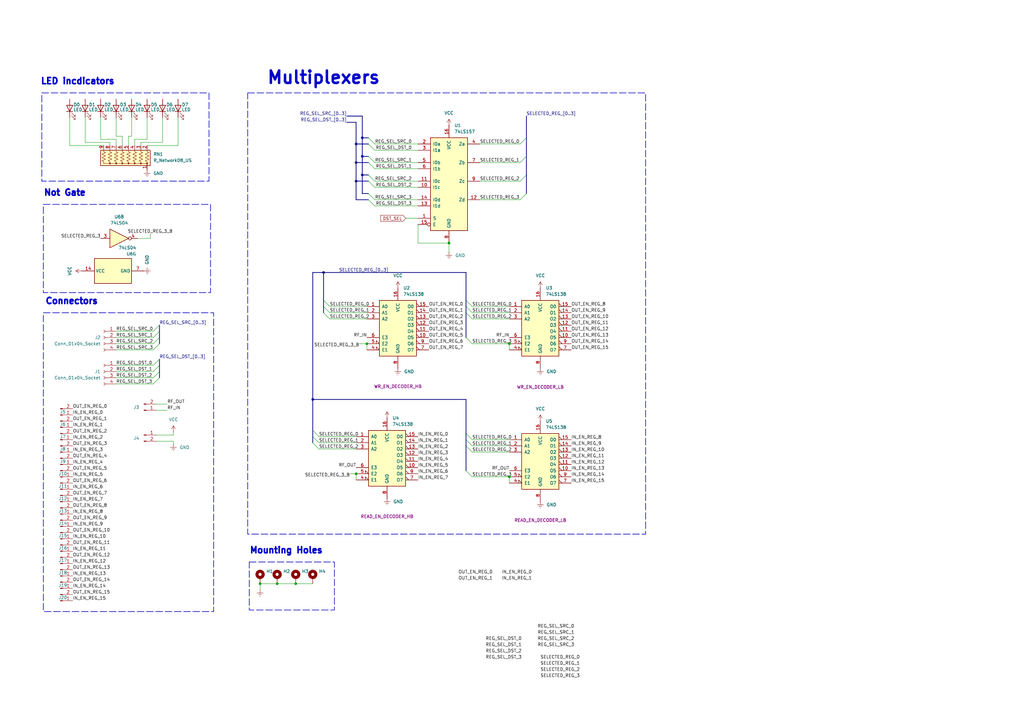
<source format=kicad_sch>
(kicad_sch (version 20231120) (generator "eeschema") (generator_version "8.0")
  (paper "A3")
  (lib_symbols
    (symbol "74xx:74LS04"
      (property "Reference" "U" (at 0 1.27 0))
      (property "Value" "74LS04" (at 0 -1.27 0))
      (symbol "74LS04_1_0"
        (polyline (pts (xy -3.81 3.81) (xy -3.81 -3.81) (xy 3.81 0) (xy -3.81 3.81)) (stroke (width 0.254)) (fill (type background)))
        (pin input line (at -7.62 0 0) (length 3.81) (name "~") (number "1"))
        (pin output inverted (at 7.62 0 180) (length 3.81) (name "~") (number "2"))
      )
      (symbol "74LS04_2_0"
        (polyline (pts (xy -3.81 3.81) (xy -3.81 -3.81) (xy 3.81 0) (xy -3.81 3.81)) (stroke (width 0.254)) (fill (type background)))
        (pin input line (at -7.62 0 0) (length 3.81) (name "~") (number "3"))
        (pin output inverted (at 7.62 0 180) (length 3.81) (name "~") (number "4"))
      )
      (symbol "74LS04_3_0"
        (polyline (pts (xy -3.81 3.81) (xy -3.81 -3.81) (xy 3.81 0) (xy -3.81 3.81)) (stroke (width 0.254)) (fill (type background)))
        (pin input line (at -7.62 0 0) (length 3.81) (name "~") (number "5"))
        (pin output inverted (at 7.62 0 180) (length 3.81) (name "~") (number "6"))
      )
      (symbol "74LS04_4_0"
        (polyline (pts (xy -3.81 3.81) (xy -3.81 -3.81) (xy 3.81 0) (xy -3.81 3.81)) (stroke (width 0.254)) (fill (type background)))
        (pin output inverted (at 7.62 0 180) (length 3.81) (name "~") (number "8"))
        (pin input line (at -7.62 0 0) (length 3.81) (name "~") (number "9"))
      )
      (symbol "74LS04_5_0"
        (polyline (pts (xy -3.81 3.81) (xy -3.81 -3.81) (xy 3.81 0) (xy -3.81 3.81)) (stroke (width 0.254)) (fill (type background)))
        (pin output inverted (at 7.62 0 180) (length 3.81) (name "~") (number "10"))
        (pin input line (at -7.62 0 0) (length 3.81) (name "~") (number "11"))
      )
      (symbol "74LS04_6_0"
        (polyline (pts (xy -3.81 3.81) (xy -3.81 -3.81) (xy 3.81 0) (xy -3.81 3.81)) (stroke (width 0.254)) (fill (type background)))
        (pin output inverted (at 7.62 0 180) (length 3.81) (name "~") (number "12"))
        (pin input line (at -7.62 0 0) (length 3.81) (name "~") (number "13"))
      )
      (symbol "74LS04_7_0"
        (pin power_in line (at 0 12.7 270) (length 5.08) (name "VCC") (number "14"))
        (pin power_in line (at 0 -12.7 90) (length 5.08) (name "GND") (number "7"))
      )
      (symbol "74LS04_7_1"
        (rectangle (start -5.08 7.62) (end 5.08 -7.62) (stroke (width 0.254)) (fill (type background)))
      )
    )
    (symbol "74xx:74LS138" (pin_names (offset 1.016))
      (property "Reference" "U" (at -7.62 11.43 0))
      (property "Value" "74LS138" (at -7.62 -13.97 0))
      (symbol "74LS138_1_0"
        (pin input line (at -12.7 7.62 0) (length 5.08) (name "A0") (number "1"))
        (pin output output_low (at 12.7 -5.08 180) (length 5.08) (name "O5") (number "10"))
        (pin output output_low (at 12.7 -2.54 180) (length 5.08) (name "O4") (number "11"))
        (pin output output_low (at 12.7 0 180) (length 5.08) (name "O3") (number "12"))
        (pin output output_low (at 12.7 2.54 180) (length 5.08) (name "O2") (number "13"))
        (pin output output_low (at 12.7 5.08 180) (length 5.08) (name "O1") (number "14"))
        (pin output output_low (at 12.7 7.62 180) (length 5.08) (name "O0") (number "15"))
        (pin power_in line (at 0 15.24 270) (length 5.08) (name "VCC") (number "16"))
        (pin input line (at -12.7 5.08 0) (length 5.08) (name "A1") (number "2"))
        (pin input line (at -12.7 2.54 0) (length 5.08) (name "A2") (number "3"))
        (pin input input_low (at -12.7 -10.16 0) (length 5.08) (name "E1") (number "4"))
        (pin input input_low (at -12.7 -7.62 0) (length 5.08) (name "E2") (number "5"))
        (pin input line (at -12.7 -5.08 0) (length 5.08) (name "E3") (number "6"))
        (pin output output_low (at 12.7 -10.16 180) (length 5.08) (name "O7") (number "7"))
        (pin power_in line (at 0 -17.78 90) (length 5.08) (name "GND") (number "8"))
        (pin output output_low (at 12.7 -7.62 180) (length 5.08) (name "O6") (number "9"))
      )
      (symbol "74LS138_1_1"
        (rectangle (start -7.62 10.16) (end 7.62 -12.7) (stroke (width 0.254)) (fill (type background)))
      )
    )
    (symbol "74xx:74LS157" (pin_names (offset 1.016))
      (property "Reference" "U" (at -7.62 19.05 0))
      (property "Value" "74LS157" (at -7.62 -21.59 0))
      (symbol "74LS157_1_0"
        (pin input line (at -12.7 -15.24 0) (length 5.08) (name "S") (number "1"))
        (pin input line (at -12.7 -2.54 0) (length 5.08) (name "I1c") (number "10"))
        (pin input line (at -12.7 0 0) (length 5.08) (name "I0c") (number "11"))
        (pin output line (at 12.7 -7.62 180) (length 5.08) (name "Zd") (number "12"))
        (pin input line (at -12.7 -10.16 0) (length 5.08) (name "I1d") (number "13"))
        (pin input line (at -12.7 -7.62 0) (length 5.08) (name "I0d") (number "14"))
        (pin input inverted (at -12.7 -17.78 0) (length 5.08) (name "E") (number "15"))
        (pin power_in line (at 0 22.86 270) (length 5.08) (name "VCC") (number "16"))
        (pin input line (at -12.7 15.24 0) (length 5.08) (name "I0a") (number "2"))
        (pin input line (at -12.7 12.7 0) (length 5.08) (name "I1a") (number "3"))
        (pin output line (at 12.7 15.24 180) (length 5.08) (name "Za") (number "4"))
        (pin input line (at -12.7 7.62 0) (length 5.08) (name "I0b") (number "5"))
        (pin input line (at -12.7 5.08 0) (length 5.08) (name "I1b") (number "6"))
        (pin output line (at 12.7 7.62 180) (length 5.08) (name "Zb") (number "7"))
        (pin power_in line (at 0 -25.4 90) (length 5.08) (name "GND") (number "8"))
        (pin output line (at 12.7 0 180) (length 5.08) (name "Zc") (number "9"))
      )
      (symbol "74LS157_1_1"
        (rectangle (start -7.62 17.78) (end 7.62 -20.32) (stroke (width 0.254)) (fill (type background)))
      )
    )
    (symbol "Connector:Conn_01x02_Pin" (pin_names (offset 1.016) hide)
      (property "Reference" "J" (at 0 2.54 0))
      (property "Value" "Conn_01x02_Pin" (at 0 -5.08 0))
      (symbol "Conn_01x02_Pin_1_1"
        (polyline (pts (xy 1.27 -2.54) (xy 0.8636 -2.54)) (stroke (width 0.1524)))
        (polyline (pts (xy 1.27 0) (xy 0.8636 0)) (stroke (width 0.1524)))
        (rectangle (start 0.8636 -2.413) (end 0 -2.667) (stroke (width 0.1524)) (fill (type outline)))
        (rectangle (start 0.8636 0.127) (end 0 -0.127) (stroke (width 0.1524)) (fill (type outline)))
        (pin passive line (at 5.08 0 180) (length 3.81) (name "Pin_1") (number "1"))
        (pin passive line (at 5.08 -2.54 180) (length 3.81) (name "Pin_2") (number "2"))
      )
    )
    (symbol "Connector:Conn_01x04_Socket" (pin_names (offset 1.016) hide)
      (property "Reference" "J" (at 0 5.08 0))
      (property "Value" "Conn_01x04_Socket" (at 0 -7.62 0))
      (symbol "Conn_01x04_Socket_1_1"
        (arc (start 0 -4.572) (mid -0.5058 -5.08) (end 0 -5.588) (stroke (width 0.1524)))
        (arc (start 0 -2.032) (mid -0.5058 -2.54) (end 0 -3.048) (stroke (width 0.1524)))
        (polyline (pts (xy -1.27 -5.08) (xy -0.508 -5.08)) (stroke (width 0.1524)))
        (polyline (pts (xy -1.27 -2.54) (xy -0.508 -2.54)) (stroke (width 0.1524)))
        (polyline (pts (xy -1.27 0) (xy -0.508 0)) (stroke (width 0.1524)))
        (polyline (pts (xy -1.27 2.54) (xy -0.508 2.54)) (stroke (width 0.1524)))
        (arc (start 0 0.508) (mid -0.5058 0) (end 0 -0.508) (stroke (width 0.1524)))
        (arc (start 0 3.048) (mid -0.5058 2.54) (end 0 2.032) (stroke (width 0.1524)))
        (pin passive line (at -5.08 2.54 0) (length 3.81) (name "Pin_1") (number "1"))
        (pin passive line (at -5.08 0 0) (length 3.81) (name "Pin_2") (number "2"))
        (pin passive line (at -5.08 -2.54 0) (length 3.81) (name "Pin_3") (number "3"))
        (pin passive line (at -5.08 -5.08 0) (length 3.81) (name "Pin_4") (number "4"))
      )
    )
    (symbol "Device:LED" (pin_numbers hide) (pin_names (offset 1.016) hide)
      (property "Reference" "D" (at 0 2.54 0))
      (property "Value" "LED" (at 0 -2.54 0))
      (symbol "LED_0_1"
        (polyline (pts (xy -1.27 -1.27) (xy -1.27 1.27)) (stroke (width 0.254)))
        (polyline (pts (xy -1.27 0) (xy 1.27 0)))
        (polyline (pts (xy 1.27 -1.27) (xy 1.27 1.27) (xy -1.27 0) (xy 1.27 -1.27)) (stroke (width 0.254)))
        (polyline (pts (xy -3.048 -0.762) (xy -4.572 -2.286) (xy -3.81 -2.286) (xy -4.572 -2.286) (xy -4.572 -1.524)))
        (polyline (pts (xy -1.778 -0.762) (xy -3.302 -2.286) (xy -2.54 -2.286) (xy -3.302 -2.286) (xy -3.302 -1.524)))
      )
      (symbol "LED_1_1"
        (pin passive line (at -3.81 0 0) (length 2.54) (name "K") (number "1"))
        (pin passive line (at 3.81 0 180) (length 2.54) (name "A") (number "2"))
      )
    )
    (symbol "Device:R_Network08_US" (pin_names (offset 0) hide)
      (property "Reference" "RN" (at -12.7 0 90))
      (property "Value" "R_Network08_US" (at 10.16 0 90))
      (symbol "R_Network08_US_0_1"
        (rectangle (start -11.43 -3.175) (end 8.89 3.175) (stroke (width 0.254)) (fill (type background)))
        (circle (center -10.16 2.286) (radius 0.254) (fill (type outline)))
        (circle (center -7.62 2.286) (radius 0.254) (fill (type outline)))
        (circle (center -5.08 2.286) (radius 0.254) (fill (type outline)))
        (circle (center -2.54 2.286) (radius 0.254) (fill (type outline)))
        (polyline (pts (xy -10.16 2.286) (xy 7.62 2.286)))
        (polyline (pts (xy -10.16 2.286) (xy -10.16 1.524) (xy -9.398 1.1684) (xy -10.922 0.508) (xy -9.398 -0.1524) (xy -10.922 -0.8382) (xy -9.398 -1.524) (xy -10.922 -2.1844) (xy -10.16 -2.54) (xy -10.16 -3.81)))
        (polyline (pts (xy -7.62 2.286) (xy -7.62 1.524) (xy -6.858 1.1684) (xy -8.382 0.508) (xy -6.858 -0.1524) (xy -8.382 -0.8382) (xy -6.858 -1.524) (xy -8.382 -2.1844) (xy -7.62 -2.54) (xy -7.62 -3.81)))
        (polyline (pts (xy -5.08 2.286) (xy -5.08 1.524) (xy -4.318 1.1684) (xy -5.842 0.508) (xy -4.318 -0.1524) (xy -5.842 -0.8382) (xy -4.318 -1.524) (xy -5.842 -2.1844) (xy -5.08 -2.54) (xy -5.08 -3.81)))
        (polyline (pts (xy -2.54 2.286) (xy -2.54 1.524) (xy -1.778 1.1684) (xy -3.302 0.508) (xy -1.778 -0.1524) (xy -3.302 -0.8382) (xy -1.778 -1.524) (xy -3.302 -2.1844) (xy -2.54 -2.54) (xy -2.54 -3.81)))
        (polyline (pts (xy 0 2.286) (xy 0 1.524) (xy 0.762 1.1684) (xy -0.762 0.508) (xy 0.762 -0.1524) (xy -0.762 -0.8382) (xy 0.762 -1.524) (xy -0.762 -2.1844) (xy 0 -2.54) (xy 0 -3.81)))
        (polyline (pts (xy 2.54 2.286) (xy 2.54 1.524) (xy 3.302 1.1684) (xy 1.778 0.508) (xy 3.302 -0.1524) (xy 1.778 -0.8382) (xy 3.302 -1.524) (xy 1.778 -2.1844) (xy 2.54 -2.54) (xy 2.54 -3.81)))
        (polyline (pts (xy 5.08 2.286) (xy 5.08 1.524) (xy 5.842 1.1684) (xy 4.318 0.508) (xy 5.842 -0.1524) (xy 4.318 -0.8382) (xy 5.842 -1.524) (xy 4.318 -2.1844) (xy 5.08 -2.54) (xy 5.08 -3.81)))
        (polyline (pts (xy 7.62 2.286) (xy 7.62 1.524) (xy 8.382 1.1684) (xy 6.858 0.508) (xy 8.382 -0.1524) (xy 6.858 -0.8382) (xy 8.382 -1.524) (xy 6.858 -2.1844) (xy 7.62 -2.54) (xy 7.62 -3.81)))
        (circle (center 0 2.286) (radius 0.254) (fill (type outline)))
        (circle (center 2.54 2.286) (radius 0.254) (fill (type outline)))
        (circle (center 5.08 2.286) (radius 0.254) (fill (type outline)))
      )
      (symbol "R_Network08_US_1_1"
        (pin passive line (at -10.16 5.08 270) (length 2.54) (name "common") (number "1"))
        (pin passive line (at -10.16 -5.08 90) (length 1.27) (name "R1") (number "2"))
        (pin passive line (at -7.62 -5.08 90) (length 1.27) (name "R2") (number "3"))
        (pin passive line (at -5.08 -5.08 90) (length 1.27) (name "R3") (number "4"))
        (pin passive line (at -2.54 -5.08 90) (length 1.27) (name "R4") (number "5"))
        (pin passive line (at 0 -5.08 90) (length 1.27) (name "R5") (number "6"))
        (pin passive line (at 2.54 -5.08 90) (length 1.27) (name "R6") (number "7"))
        (pin passive line (at 5.08 -5.08 90) (length 1.27) (name "R7") (number "8"))
        (pin passive line (at 7.62 -5.08 90) (length 1.27) (name "R8") (number "9"))
      )
    )
    (symbol "Mechanical:MountingHole_Pad" (pin_numbers hide) (pin_names (offset 1.016) hide) (exclude_from_sim yes) (in_bom no)
      (property "Reference" "H" (at 0 6.35 0))
      (property "Value" "MountingHole_Pad" (at 0 4.445 0))
      (symbol "MountingHole_Pad_0_1"
        (circle (center 0 1.27) (radius 1.27) (stroke (width 1.27)))
      )
      (symbol "MountingHole_Pad_1_1"
        (pin input line (at 0 -2.54 90) (length 2.54) (name "1") (number "1"))
      )
    )
    (symbol "power:Earth" (power) (pin_numbers hide) (pin_names (offset 0) hide)
      (property "Value" "Earth" (at 0 -3.81 0))
      (symbol "Earth_0_1"
        (polyline (pts (xy -0.635 -1.905) (xy 0.635 -1.905)))
        (polyline (pts (xy -0.127 -2.54) (xy 0.127 -2.54)))
        (polyline (pts (xy 0 -1.27) (xy 0 0)))
        (polyline (pts (xy 1.27 -1.27) (xy -1.27 -1.27)))
      )
      (symbol "Earth_1_1"
        (pin power_in line (at 0 0 270) (length 0) (name "~") (number "1"))
      )
    )
    (symbol "power:VCC" (power) (pin_numbers hide) (pin_names (offset 0) hide)
      (property "Value" "VCC" (at 0 3.556 0))
      (symbol "VCC_0_1"
        (polyline (pts (xy -0.762 1.27) (xy 0 2.54)))
        (polyline (pts (xy 0 0) (xy 0 2.54)))
        (polyline (pts (xy 0 2.54) (xy 0.762 1.27)))
      )
      (symbol "VCC_1_1"
        (pin power_in line (at 0 0 90) (length 0) (name "~") (number "1"))
      )
    )
  )
  (junction (at 208.915 195.58))
  (junction (at 148.59 71.755))
  (junction (at 106.68 239.395))
  (junction (at 208.915 140.97))
  (junction (at 146.05 66.675))
  (junction (at 128.27 163.83))
  (junction (at 146.05 74.295))
  (junction (at 132.715 111.76))
  (junction (at 113.665 239.395))
  (junction (at 146.05 194.31))
  (junction (at 121.285 239.395))
  (junction (at 146.05 59.055))
  (junction (at 148.59 64.135))
  (junction (at 184.15 99.695))
  (junction (at 150.495 140.97))
  (junction (at 148.59 56.515))
  (bus_entry (at 62.865 135.89) (size 2.54 -2.54))
  (bus_entry (at 153.67 81.915) (size -2.54 -2.54))
  (bus_entry (at 128.27 176.53) (size 2.54 2.54))
  (bus_entry (at 153.67 84.455) (size -2.54 -2.54))
  (bus_entry (at 191.135 125.73) (size 2.54 2.54))
  (bus_entry (at 191.135 128.27) (size 2.54 2.54))
  (bus_entry (at 62.865 143.51) (size 2.54 -2.54))
  (bus_entry (at 62.865 157.48) (size 2.54 -2.54))
  (bus_entry (at 191.135 182.88) (size 2.54 2.54))
  (bus_entry (at 62.865 138.43) (size 2.54 -2.54))
  (bus_entry (at 128.27 179.07) (size 2.54 2.54))
  (bus_entry (at 62.865 140.97) (size 2.54 -2.54))
  (bus_entry (at 213.36 66.675) (size 2.54 -2.54))
  (bus_entry (at 153.67 66.675) (size -2.54 -2.54))
  (bus_entry (at 62.865 152.4) (size 2.54 -2.54))
  (bus_entry (at 191.135 180.34) (size 2.54 2.54))
  (bus_entry (at 153.67 74.295) (size -2.54 -2.54))
  (bus_entry (at 191.135 123.19) (size 2.54 2.54))
  (bus_entry (at 213.36 59.055) (size 2.54 -2.54))
  (bus_entry (at 132.715 128.27) (size 2.54 2.54))
  (bus_entry (at 128.27 181.61) (size 2.54 2.54))
  (bus_entry (at 153.67 59.055) (size -2.54 -2.54))
  (bus_entry (at 62.865 154.94) (size 2.54 -2.54))
  (bus_entry (at 132.715 125.73) (size 2.54 2.54))
  (bus_entry (at 191.135 193.04) (size 2.54 2.54))
  (bus_entry (at 62.865 149.86) (size 2.54 -2.54))
  (bus_entry (at 191.135 138.43) (size 2.54 2.54))
  (bus_entry (at 132.715 123.19) (size 2.54 2.54))
  (bus_entry (at 191.135 177.8) (size 2.54 2.54))
  (bus_entry (at 153.67 69.215) (size -2.54 -2.54))
  (bus_entry (at 213.36 74.295) (size 2.54 -2.54))
  (bus_entry (at 153.67 76.835) (size -2.54 -2.54))
  (bus_entry (at 153.67 61.595) (size -2.54 -2.54))
  (bus_entry (at 213.36 81.915) (size 2.54 -2.54))
  (bus (pts (xy 128.27 176.53) (xy 128.27 179.07)))
  (wire (pts (xy 153.67 61.595) (xy 171.45 61.595)))
  (wire (pts (xy 47.625 143.51) (xy 62.865 143.51)))
  (bus (pts (xy 146.05 74.295) (xy 146.05 81.915)))
  (wire (pts (xy 64.135 180.975) (xy 71.12 180.975)))
  (wire (pts (xy 153.67 69.215) (xy 171.45 69.215)))
  (wire (pts (xy 47.625 138.43) (xy 62.865 138.43)))
  (wire (pts (xy 71.12 178.435) (xy 71.12 177.165)))
  (wire (pts (xy 61.595 95.885) (xy 61.595 97.79)))
  (wire (pts (xy 47.625 48.26) (xy 47.625 55.88)))
  (wire (pts (xy 66.675 58.42) (xy 66.675 48.26)))
  (bus (pts (xy 142.24 50.165) (xy 146.05 50.165)))
  (wire (pts (xy 47.625 149.86) (xy 62.865 149.86)))
  (bus (pts (xy 148.59 79.375) (xy 151.13 79.375)))
  (bus (pts (xy 128.27 163.83) (xy 191.135 163.83)))
  (bus (pts (xy 65.405 149.86) (xy 65.405 152.4)))
  (wire (pts (xy 153.67 59.055) (xy 171.45 59.055)))
  (wire (pts (xy 146.05 194.31) (xy 146.05 196.85)))
  (wire (pts (xy 61.595 97.79) (xy 56.515 97.79)))
  (wire (pts (xy 47.625 140.97) (xy 62.865 140.97)))
  (wire (pts (xy 153.67 76.835) (xy 171.45 76.835)))
  (wire (pts (xy 64.135 168.275) (xy 68.58 168.275)))
  (wire (pts (xy 50.165 55.88) (xy 50.165 59.69)))
  (bus (pts (xy 128.27 179.07) (xy 128.27 181.61)))
  (bus (pts (xy 128.27 163.83) (xy 128.27 176.53)))
  (bus (pts (xy 148.59 56.515) (xy 151.13 56.515)))
  (bus (pts (xy 191.135 128.27) (xy 191.135 138.43)))
  (bus (pts (xy 132.715 123.19) (xy 132.715 125.73)))
  (wire (pts (xy 153.67 81.915) (xy 171.45 81.915)))
  (wire (pts (xy 193.675 125.73) (xy 208.915 125.73)))
  (bus (pts (xy 215.9 64.135) (xy 215.9 56.515)))
  (wire (pts (xy 60.325 59.69) (xy 73.025 59.69)))
  (bus (pts (xy 146.05 59.055) (xy 146.05 66.675)))
  (wire (pts (xy 34.925 58.42) (xy 45.085 58.42)))
  (wire (pts (xy 106.68 239.395) (xy 113.665 239.395)))
  (bus (pts (xy 191.135 182.88) (xy 191.135 193.04)))
  (wire (pts (xy 71.12 182.245) (xy 71.12 180.975)))
  (bus (pts (xy 65.405 152.4) (xy 65.405 154.94)))
  (wire (pts (xy 196.85 74.295) (xy 213.36 74.295)))
  (wire (pts (xy 193.675 128.27) (xy 208.915 128.27)))
  (wire (pts (xy 193.675 180.34) (xy 208.915 180.34)))
  (wire (pts (xy 193.675 185.42) (xy 208.915 185.42)))
  (wire (pts (xy 147.32 140.97) (xy 150.495 140.97)))
  (wire (pts (xy 64.135 165.735) (xy 68.58 165.735)))
  (bus (pts (xy 148.59 47.625) (xy 148.59 56.515)))
  (wire (pts (xy 135.255 125.73) (xy 150.495 125.73)))
  (wire (pts (xy 121.285 239.395) (xy 128.27 239.395)))
  (wire (pts (xy 184.15 99.695) (xy 171.45 99.695)))
  (bus (pts (xy 191.135 163.83) (xy 191.135 177.8)))
  (wire (pts (xy 196.85 66.675) (xy 213.36 66.675)))
  (wire (pts (xy 171.45 92.075) (xy 171.45 99.695)))
  (wire (pts (xy 47.625 55.88) (xy 50.165 55.88)))
  (bus (pts (xy 128.27 111.76) (xy 132.715 111.76)))
  (bus (pts (xy 132.715 111.76) (xy 191.135 111.76)))
  (bus (pts (xy 65.405 147.32) (xy 65.405 149.86)))
  (wire (pts (xy 28.575 59.69) (xy 28.575 48.26)))
  (wire (pts (xy 45.085 58.42) (xy 45.085 59.69)))
  (wire (pts (xy 47.625 135.89) (xy 62.865 135.89)))
  (bus (pts (xy 215.9 56.515) (xy 215.9 47.625)))
  (wire (pts (xy 47.625 157.48) (xy 62.865 157.48)))
  (bus (pts (xy 215.9 79.375) (xy 215.9 71.755)))
  (wire (pts (xy 130.81 181.61) (xy 146.05 181.61)))
  (bus (pts (xy 65.405 138.43) (xy 65.405 135.89)))
  (wire (pts (xy 34.925 48.26) (xy 34.925 58.42)))
  (wire (pts (xy 153.67 74.295) (xy 171.45 74.295)))
  (bus (pts (xy 191.135 111.76) (xy 191.135 123.19)))
  (wire (pts (xy 166.37 89.535) (xy 171.45 89.535)))
  (wire (pts (xy 184.15 103.505) (xy 184.15 99.695)))
  (wire (pts (xy 193.675 182.88) (xy 208.915 182.88)))
  (wire (pts (xy 47.625 154.94) (xy 62.865 154.94)))
  (bus (pts (xy 191.135 123.19) (xy 191.135 125.73)))
  (bus (pts (xy 146.05 66.675) (xy 146.05 74.295)))
  (bus (pts (xy 191.135 180.34) (xy 191.135 182.88)))
  (wire (pts (xy 52.705 59.69) (xy 52.705 55.88)))
  (wire (pts (xy 196.85 59.055) (xy 213.36 59.055)))
  (bus (pts (xy 65.405 140.97) (xy 65.405 138.43)))
  (wire (pts (xy 143.51 194.31) (xy 146.05 194.31)))
  (bus (pts (xy 191.135 125.73) (xy 191.135 128.27)))
  (wire (pts (xy 47.625 152.4) (xy 62.865 152.4)))
  (bus (pts (xy 132.715 125.73) (xy 132.715 128.27)))
  (wire (pts (xy 208.915 140.97) (xy 208.915 143.51)))
  (wire (pts (xy 55.245 57.15) (xy 55.245 59.69)))
  (wire (pts (xy 106.68 239.395) (xy 106.68 241.935)))
  (wire (pts (xy 196.85 81.915) (xy 213.36 81.915)))
  (bus (pts (xy 148.59 71.755) (xy 148.59 79.375)))
  (bus (pts (xy 146.05 66.675) (xy 151.13 66.675)))
  (bus (pts (xy 142.24 47.625) (xy 148.59 47.625)))
  (bus (pts (xy 146.05 81.915) (xy 151.13 81.915)))
  (wire (pts (xy 60.325 57.15) (xy 55.245 57.15)))
  (wire (pts (xy 41.275 57.15) (xy 41.275 48.26)))
  (wire (pts (xy 57.785 59.69) (xy 57.785 58.42)))
  (wire (pts (xy 57.785 58.42) (xy 66.675 58.42)))
  (wire (pts (xy 135.255 130.81) (xy 150.495 130.81)))
  (bus (pts (xy 146.05 50.165) (xy 146.05 59.055)))
  (wire (pts (xy 53.975 48.26) (xy 53.975 55.88)))
  (wire (pts (xy 193.675 130.81) (xy 208.915 130.81)))
  (bus (pts (xy 128.27 111.76) (xy 128.27 163.83)))
  (bus (pts (xy 132.715 111.76) (xy 132.715 123.19)))
  (wire (pts (xy 135.255 128.27) (xy 150.495 128.27)))
  (wire (pts (xy 60.325 48.26) (xy 60.325 57.15)))
  (wire (pts (xy 208.915 195.58) (xy 208.915 198.12)))
  (wire (pts (xy 150.495 140.97) (xy 150.495 143.51)))
  (bus (pts (xy 148.59 64.135) (xy 151.13 64.135)))
  (wire (pts (xy 47.625 59.69) (xy 47.625 57.15)))
  (bus (pts (xy 148.59 64.135) (xy 148.59 71.755)))
  (wire (pts (xy 193.675 140.97) (xy 208.915 140.97)))
  (bus (pts (xy 146.05 59.055) (xy 151.13 59.055)))
  (wire (pts (xy 47.625 57.15) (xy 41.275 57.15)))
  (wire (pts (xy 64.135 178.435) (xy 71.12 178.435)))
  (wire (pts (xy 130.81 184.15) (xy 146.05 184.15)))
  (bus (pts (xy 65.405 133.35) (xy 65.405 135.89)))
  (bus (pts (xy 148.59 56.515) (xy 148.59 64.135)))
  (wire (pts (xy 130.81 179.07) (xy 146.05 179.07)))
  (wire (pts (xy 52.705 55.88) (xy 53.975 55.88)))
  (wire (pts (xy 153.67 84.455) (xy 171.45 84.455)))
  (wire (pts (xy 153.67 66.675) (xy 171.45 66.675)))
  (bus (pts (xy 215.9 71.755) (xy 215.9 64.135)))
  (bus (pts (xy 148.59 71.755) (xy 151.13 71.755)))
  (wire (pts (xy 73.025 59.69) (xy 73.025 48.26)))
  (wire (pts (xy 113.665 239.395) (xy 121.285 239.395)))
  (wire (pts (xy 151.13 140.97) (xy 150.495 140.97)))
  (wire (pts (xy 42.545 59.69) (xy 28.575 59.69)))
  (wire (pts (xy 193.675 195.58) (xy 208.915 195.58)))
  (bus (pts (xy 146.05 74.295) (xy 151.13 74.295)))
  (bus (pts (xy 191.135 177.8) (xy 191.135 180.34)))
  (rectangle (start 17.145 38.1) (end 85.725 74.295) (stroke (width 0.254) (type dash)))
  (rectangle (start 102.235 230.505) (end 137.16 250.19) (stroke (width 0.254) (type dash)))
  (rectangle (start 17.78 83.82) (end 86.36 120.015) (stroke (width 0.254) (type dash)))
  (rectangle (start 101.6 38.1) (end 264.795 219.075) (stroke (width 0.254) (type dash)))
  (rectangle (start 17.78 128.27) (end 87.63 250.825) (stroke (width 0.254) (type dash)))
  (text "Connectors\n" (at 18.415 125.095 0) (effects (font (size 2.54 2.54) (thickness 1.016) (bold yes)) (justify left bottom)))
  (text "Mounting Holes" (at 102.235 227.33 0) (effects (font (size 2.54 2.54) (thickness 1.016) (bold yes)) (justify left bottom)))
  (text "Multiplexers" (at 109.22 34.925 0) (effects (font (size 5.08 5.08) (thickness 1.016) (bold yes)) (justify left bottom)))
  (text "LED incdicators" (at 16.51 34.925 0) (effects (font (size 2.54 2.54) (thickness 1.016) (bold yes)) (justify left bottom)))
  (text "Not Gate" (at 17.78 80.645 0) (effects (font (size 2.54 2.54) (thickness 1.016) (bold yes)) (justify left bottom)))
  (label "IN_EN_REG_7" (at 171.45 196.85 0))
  (label "REG_SEL_DST_[0..3]" (at 65.405 147.32 0))
  (label "OUT_EN_REG_2" (at 29.845 177.8 0))
  (label "IN_EN_REG_0" (at 171.45 179.07 0))
  (label "OUT_EN_REG_1" (at 187.96 238.125 0))
  (label "REG_SEL_SRC_2" (at 47.625 140.97 0))
  (label "OUT_EN_REG_8" (at 234.315 125.73 0))
  (label "REG_SEL_DST_1" (at 213.995 265.43 180))
  (label "SELECTED_REG_3" (at 193.675 195.58 0))
  (label "REG_SEL_DST_1" (at 47.625 152.4 0))
  (label "REG_SEL_DST_[0..3]" (at 142.24 50.165 180))
  (label "REG_SEL_DST_3" (at 213.995 270.51 180))
  (label "OUT_EN_REG_1" (at 175.895 128.27 0))
  (label "IN_EN_REG_6" (at 29.845 200.66 0))
  (label "IN_EN_REG_2" (at 171.45 184.15 0))
  (label "IN_EN_REG_2" (at 29.845 180.34 0))
  (label "OUT_EN_REG_14" (at 29.845 238.76 0))
  (label "OUT_EN_REG_12" (at 234.315 135.89 0))
  (label "SELECTED_REG_1" (at 130.81 181.61 0))
  (label "RF_IN" (at 68.58 168.275 0))
  (label "SELECTED_REG_3_B" (at 143.51 194.31 180))
  (label "SELECTED_REG_3" (at 221.615 278.13 0))
  (label "IN_EN_REG_3" (at 171.45 186.69 0))
  (label "OUT_EN_REG_11" (at 234.315 133.35 0))
  (label "OUT_EN_REG_10" (at 234.315 130.81 0))
  (label "RF_OUT" (at 146.05 191.77 180))
  (label "OUT_EN_REG_2" (at 175.895 130.81 0))
  (label "SELECTED_REG_0" (at 193.675 180.34 0))
  (label "REG_SEL_SRC_[0..3]" (at 65.405 133.35 0))
  (label "OUT_EN_REG_3" (at 29.845 182.88 0))
  (label "OUT_EN_REG_11" (at 29.845 223.52 0))
  (label "OUT_EN_REG_10" (at 29.845 218.44 0))
  (label "OUT_EN_REG_15" (at 29.845 243.84 0))
  (label "SELECTED_REG_2" (at 193.675 130.81 0))
  (label "OUT_EN_REG_9" (at 29.845 213.36 0))
  (label "IN_EN_REG_14" (at 234.315 195.58 0))
  (label "IN_EN_REG_9" (at 29.845 215.9 0))
  (label "IN_EN_REG_3" (at 29.845 185.42 0))
  (label "REG_SEL_SRC_3" (at 235.585 265.43 180))
  (label "SELECTED_REG_2" (at 135.255 130.81 0))
  (label "REG_SEL_SRC_3" (at 47.625 143.51 0))
  (label "RF_IN" (at 208.915 138.43 180))
  (label "OUT_EN_REG_15" (at 234.315 143.51 0))
  (label "REG_SEL_SRC_0" (at 47.625 135.89 0))
  (label "REG_SEL_DST_2" (at 213.995 267.97 180))
  (label "OUT_EN_REG_0" (at 175.895 125.73 0))
  (label "IN_EN_REG_5" (at 171.45 191.77 0))
  (label "IN_EN_REG_0" (at 29.845 170.18 0))
  (label "IN_EN_REG_12" (at 234.315 190.5 0))
  (label "IN_EN_REG_9" (at 234.315 182.88 0))
  (label "OUT_EN_REG_3" (at 175.895 133.35 0))
  (label "SELECTED_REG_0" (at 135.255 125.73 0))
  (label "IN_EN_REG_0" (at 205.74 235.585 0))
  (label "IN_EN_REG_1" (at 171.45 181.61 0))
  (label "SELECTED_REG_1" (at 135.255 128.27 0))
  (label "SELECTED_REG_[0..3]" (at 139.065 111.76 0))
  (label "SELECTED_REG_0" (at 193.675 125.73 0))
  (label "REG_SEL_SRC_[0..3]" (at 142.24 47.625 180))
  (label "OUT_EN_REG_0" (at 29.845 167.64 0))
  (label "OUT_EN_REG_1" (at 29.845 172.72 0))
  (label "SELECTED_REG_3_B" (at 61.595 95.885 0))
  (label "RF_IN" (at 150.495 138.43 180))
  (label "SELECTED_REG_2" (at 193.675 185.42 0))
  (label "REG_SEL_SRC_0" (at 235.585 257.81 180))
  (label "REG_SEL_DST_0" (at 47.625 149.86 0))
  (label "SELECTED_REG_0" (at 221.615 270.51 0))
  (label "REG_SEL_DST_3" (at 47.625 157.48 0))
  (label "SELECTED_REG_3" (at 41.275 97.79 180))
  (label "IN_EN_REG_11" (at 234.315 187.96 0))
  (label "IN_EN_REG_14" (at 29.845 241.3 0))
  (label "SELECTED_REG_2" (at 196.85 74.295 0))
  (label "OUT_EN_REG_5" (at 175.895 138.43 0))
  (label "OUT_EN_REG_5" (at 29.845 193.04 0))
  (label "IN_EN_REG_11" (at 29.845 226.06 0))
  (label "IN_EN_REG_10" (at 29.845 220.98 0))
  (label "REG_SEL_SRC_0" (at 168.91 59.055 180))
  (label "SELECTED_REG_2" (at 130.81 184.15 0))
  (label "SELECTED_REG_1" (at 193.675 128.27 0))
  (label "RF_OUT" (at 208.915 193.04 180))
  (label "OUT_EN_REG_14" (at 234.315 140.97 0))
  (label "REG_SEL_SRC_2" (at 168.91 74.295 180))
  (label "SELECTED_REG_3_B" (at 147.32 140.97 180))
  (label "REG_SEL_SRC_3" (at 168.91 81.915 180))
  (label "REG_SEL_SRC_2" (at 235.585 262.89 180))
  (label "IN_EN_REG_4" (at 29.845 190.5 0))
  (label "REG_SEL_DST_0" (at 168.91 61.595 180))
  (label "SELECTED_REG_1" (at 221.615 273.05 0))
  (label "IN_EN_REG_1" (at 29.845 175.26 0))
  (label "IN_EN_REG_5" (at 29.845 195.58 0))
  (label "OUT_EN_REG_7" (at 175.895 143.51 0))
  (label "SELECTED_REG_1" (at 196.85 66.675 0))
  (label "IN_EN_REG_13" (at 29.845 236.22 0))
  (label "REG_SEL_SRC_1" (at 47.625 138.43 0))
  (label "IN_EN_REG_6" (at 171.45 194.31 0))
  (label "REG_SEL_DST_2" (at 168.91 76.835 180))
  (label "IN_EN_REG_12" (at 29.845 231.14 0))
  (label "OUT_EN_REG_6" (at 29.845 198.12 0))
  (label "IN_EN_REG_10" (at 234.315 185.42 0))
  (label "REG_SEL_SRC_1" (at 235.585 260.35 180))
  (label "REG_SEL_DST_0" (at 213.995 262.89 180))
  (label "REG_SEL_DST_3" (at 168.91 84.455 180))
  (label "SELECTED_REG_2" (at 221.615 275.59 0))
  (label "SELECTED_REG_3" (at 193.675 140.97 0))
  (label "IN_EN_REG_8" (at 29.845 210.82 0))
  (label "OUT_EN_REG_12" (at 29.845 228.6 0))
  (label "OUT_EN_REG_7" (at 29.845 203.2 0))
  (label "REG_SEL_SRC_1" (at 168.91 66.675 180))
  (label "IN_EN_REG_1" (at 205.74 238.125 0))
  (label "OUT_EN_REG_13" (at 234.315 138.43 0))
  (label "IN_EN_REG_15" (at 29.845 246.38 0))
  (label "SELECTED_REG_3" (at 196.85 81.915 0))
  (label "IN_EN_REG_4" (at 171.45 189.23 0))
  (label "IN_EN_REG_7" (at 29.845 205.74 0))
  (label "OUT_EN_REG_0" (at 187.96 235.585 0))
  (label "SELECTED_REG_0" (at 196.85 59.055 0))
  (label "OUT_EN_REG_4" (at 175.895 135.89 0))
  (label "OUT_EN_REG_8" (at 29.845 208.28 0))
  (label "SELECTED_REG_1" (at 193.675 182.88 0))
  (label "IN_EN_REG_8" (at 234.315 180.34 0))
  (label "SELECTED_REG_0" (at 130.81 179.07 0))
  (label "SELECTED_REG_[0..3]" (at 215.9 47.625 0))
  (label "REG_SEL_DST_1" (at 168.91 69.215 180))
  (label "RF_OUT" (at 68.58 165.735 0))
  (label "OUT_EN_REG_4" (at 29.845 187.96 0))
  (label "OUT_EN_REG_9" (at 234.315 128.27 0))
  (label "OUT_EN_REG_13" (at 29.845 233.68 0))
  (label "OUT_EN_REG_6" (at 175.895 140.97 0))
  (label "IN_EN_REG_13" (at 234.315 193.04 0))
  (label "REG_SEL_DST_2" (at 47.625 154.94 0))
  (label "IN_EN_REG_15" (at 234.315 198.12 0))
  (global_label "DST_SEL" (shape input) (at 166.37 89.535 180) (property "Intersheetrefs" "${INTERSHEET_REFS}" (effects (hide yes))))
  (symbol (lib_id "Connector:Conn_01x02_Pin") (at 59.055 168.275 0) (mirror x) (unit 1)
    (property "Reference" "J3" (at 57.15 167.0049 0) (effects (justify right)))
    (property "Value" "Conn_01x02_Socket" (effects (hide yes)))
    (property "Footprint" "Connector_JST:JST_XH_S2B-XH-A-1_1x02_P2.50mm_Horizontal" (effects (hide yes)))
    (property "Description" "Generic connector, single row, 01x02, script generated" (effects (hide yes)))
  )
  (symbol (lib_id "Connector:Conn_01x02_Pin") (at 24.765 170.18 0) (mirror x) (unit 1)
    (property "Reference" "J5" (at 25.781 168.91 0))
    (property "Value" "Conn_01x02_Socket" (effects (hide yes)))
    (property "Footprint" "Connector_JST:JST_XH_S2B-XH-A-1_1x02_P2.50mm_Horizontal" (effects (hide yes)))
    (property "Description" "Generic connector, single row, 01x02, script generated" (effects (hide yes)))
  )
  (symbol (lib_id "power:Earth") (at 221.615 151.13 0) (unit 1)
    (property "Reference" "#PWR05" (effects (hide yes)))
    (property "Value" "GND" (at 224.155 152.3999 0) (effects (justify left)))
    (property "Description" "Power symbol creates a global label with name \"Earth\"" (effects (hide yes)))
  )
  (symbol (lib_id "power:VCC") (at 158.75 171.45 0) (unit 1)
    (property "Reference" "#PWR07" (effects (hide yes)))
    (property "Value" "VCC" (effects (hide yes)))
    (property "Description" "Power symbol creates a global label with name \"VCC\"" (effects (hide yes)))
  )
  (symbol (lib_id "Device:LED") (at 41.275 44.45 90) (unit 1)
    (property "Reference" "D2" (at 42.799 42.926 90) (effects (justify right)))
    (property "Value" "LED" (at 42.799 44.958 90) (effects (justify right)))
    (property "Footprint" "LED_THT:LED_Rectangular_W3.0mm_H2.0mm" (effects (hide yes)))
    (property "Description" "Light emitting diode" (effects (hide yes)))
  )
  (symbol (lib_id "Connector:Conn_01x02_Pin") (at 24.765 220.98 0) (mirror x) (unit 1)
    (property "Reference" "J15" (at 25.781 219.71 0))
    (property "Value" "Conn_01x02_Socket" (effects (hide yes)))
    (property "Footprint" "Connector_JST:JST_XH_S2B-XH-A-1_1x02_P2.50mm_Horizontal" (effects (hide yes)))
    (property "Description" "Generic connector, single row, 01x02, script generated" (effects (hide yes)))
  )
  (symbol (lib_id "power:Earth") (at 158.75 204.47 0) (unit 1)
    (property "Reference" "#PWR08" (effects (hide yes)))
    (property "Value" "GND" (at 161.29 205.7399 0) (effects (justify left)))
    (property "Description" "Power symbol creates a global label with name \"Earth\"" (effects (hide yes)))
  )
  (symbol (lib_id "power:Earth") (at 221.615 205.74 0) (unit 1)
    (property "Reference" "#PWR012" (effects (hide yes)))
    (property "Value" "GND" (at 224.155 207.0099 0) (effects (justify left)))
    (property "Description" "Power symbol creates a global label with name \"Earth\"" (effects (hide yes)))
  )
  (symbol (lib_id "power:VCC") (at 163.195 118.11 0) (unit 1)
    (property "Reference" "#PWR09" (effects (hide yes)))
    (property "Value" "VCC" (at 163.195 113.03 0))
    (property "Description" "Power symbol creates a global label with name \"VCC\"" (effects (hide yes)))
  )
  (symbol (lib_id "power:Earth") (at 59.055 111.125 90) (unit 1)
    (property "Reference" "#PWR014" (effects (hide yes)))
    (property "Value" "GND" (at 60.3249 108.585 0) (effects (justify left)))
    (property "Description" "Power symbol creates a global label with name \"Earth\"" (effects (hide yes)))
  )
  (symbol (lib_id "power:Earth") (at 184.15 103.505 0) (unit 1)
    (property "Reference" "#PWR01" (effects (hide yes)))
    (property "Value" "GND" (at 186.69 104.7749 0) (effects (justify left)))
    (property "Description" "Power symbol creates a global label with name \"Earth\"" (effects (hide yes)))
  )
  (symbol (lib_id "Connector:Conn_01x02_Pin") (at 24.765 190.5 0) (mirror x) (unit 1)
    (property "Reference" "J9" (at 25.781 189.23 0))
    (property "Value" "Conn_01x02_Socket" (effects (hide yes)))
    (property "Footprint" "Connector_JST:JST_XH_S2B-XH-A-1_1x02_P2.50mm_Horizontal" (effects (hide yes)))
    (property "Description" "Generic connector, single row, 01x02, script generated" (effects (hide yes)))
  )
  (symbol (lib_id "Connector:Conn_01x02_Pin") (at 24.765 236.22 0) (mirror x) (unit 1)
    (property "Reference" "J18" (at 25.781 234.95 0))
    (property "Value" "Conn_01x02_Socket" (effects (hide yes)))
    (property "Footprint" "Connector_JST:JST_XH_S2B-XH-A-1_1x02_P2.50mm_Horizontal" (effects (hide yes)))
    (property "Description" "Generic connector, single row, 01x02, script generated" (effects (hide yes)))
  )
  (symbol (lib_id "74xx:74LS04") (at 46.355 111.125 90) (unit 7)
    (property "Reference" "U6" (at 55.88 104.14 90) (effects (justify left)))
    (property "Value" "74LS04" (at 55.88 101.6 90) (effects (justify left)))
    (property "Footprint" "Package_DIP:DIP-14_W7.62mm_Socket_LongPads" (effects (hide yes)))
    (property "Datasheet" "http://www.ti.com/lit/gpn/sn74LS04" (effects (hide yes)))
    (property "Description" "Hex Inverter" (effects (hide yes)))
  )
  (symbol (lib_id "power:Earth") (at 60.325 69.85 0) (unit 1)
    (property "Reference" "#PWR015" (effects (hide yes)))
    (property "Value" "GND" (at 62.865 71.1199 0) (effects (justify left)))
    (property "Description" "Power symbol creates a global label with name \"Earth\"" (effects (hide yes)))
  )
  (symbol (lib_id "Connector:Conn_01x02_Pin") (at 24.765 246.38 0) (mirror x) (unit 1)
    (property "Reference" "J20" (at 25.781 245.11 0))
    (property "Value" "Conn_01x02_Socket" (effects (hide yes)))
    (property "Footprint" "Connector_JST:JST_XH_S2B-XH-A-1_1x02_P2.50mm_Horizontal" (effects (hide yes)))
    (property "Description" "Generic connector, single row, 01x02, script generated" (effects (hide yes)))
  )
  (symbol (lib_id "74xx:74LS138") (at 221.615 133.35 0) (unit 1)
    (property "Reference" "U3" (at 223.8091 118.11 0) (effects (justify left)))
    (property "Value" "74LS138" (at 223.8091 120.65 0) (effects (justify left)))
    (property "Footprint" "Package_DIP:DIP-16_W7.62mm_Socket_LongPads" (effects (hide yes)))
    (property "Datasheet" "http://www.ti.com/lit/gpn/sn74LS138" (effects (hide yes)))
    (property "Description" "Decoder 3 to 8 active low outputs" (effects (hide yes)))
    (property "Note" "WR_EN_DECODER_LB" (at 221.615 158.75 0))
  )
  (symbol (lib_id "Connector:Conn_01x02_Pin") (at 24.765 175.26 0) (mirror x) (unit 1)
    (property "Reference" "J6" (at 25.781 173.99 0))
    (property "Value" "Conn_01x02_Socket" (effects (hide yes)))
    (property "Footprint" "Connector_JST:JST_XH_S2B-XH-A-1_1x02_P2.50mm_Horizontal" (effects (hide yes)))
    (property "Description" "Generic connector, single row, 01x02, script generated" (effects (hide yes)))
  )
  (symbol (lib_id "Device:LED") (at 53.975 44.45 90) (unit 1)
    (property "Reference" "D4" (at 55.499 42.926 90) (effects (justify right)))
    (property "Value" "LED" (at 55.499 44.958 90) (effects (justify right)))
    (property "Footprint" "LED_THT:LED_Rectangular_W3.0mm_H2.0mm" (effects (hide yes)))
    (property "Description" "Light emitting diode" (effects (hide yes)))
  )
  (symbol (lib_id "Connector:Conn_01x02_Pin") (at 24.765 195.58 0) (mirror x) (unit 1)
    (property "Reference" "J10" (at 25.781 194.31 0))
    (property "Value" "Conn_01x02_Socket" (effects (hide yes)))
    (property "Footprint" "Connector_JST:JST_XH_S2B-XH-A-1_1x02_P2.50mm_Horizontal" (effects (hide yes)))
    (property "Description" "Generic connector, single row, 01x02, script generated" (effects (hide yes)))
  )
  (symbol (lib_id "power:VCC") (at 184.15 51.435 0) (unit 1)
    (property "Reference" "#PWR03" (effects (hide yes)))
    (property "Value" "VCC" (at 184.15 46.355 0))
    (property "Description" "Power symbol creates a global label with name \"VCC\"" (effects (hide yes)))
  )
  (symbol (lib_id "power:VCC") (at 33.655 111.125 90) (unit 1)
    (property "Reference" "#PWR013" (effects (hide yes)))
    (property "Value" "VCC" (at 28.575 111.125 0))
    (property "Description" "Power symbol creates a global label with name \"VCC\"" (effects (hide yes)))
  )
  (symbol (lib_id "Mechanical:MountingHole_Pad") (at 113.665 236.855 0) (unit 1) (exclude_from_sim yes) (in_bom no)
    (property "Reference" "H2" (at 116.205 234.3149 0) (effects (justify left)))
    (property "Value" "MountingHole_Pad" (effects (hide yes)))
    (property "Footprint" "MountingHole:MountingHole_2.2mm_M2_DIN965_Pad" (effects (hide yes)))
    (property "Description" "Mounting Hole with connection" (effects (hide yes)))
  )
  (symbol (lib_id "Device:R_Network08_US") (at 50.165 64.77 180) (unit 1)
    (property "Reference" "RN1" (at 62.865 63.2459 0) (effects (justify right)))
    (property "Value" "R_Network08_US" (at 62.865 65.7859 0) (effects (justify right)))
    (property "Footprint" "Resistor_THT:R_Array_SIP9" (effects (hide yes)))
    (property "Datasheet" "http://www.vishay.com/docs/31509/csc.pdf" (effects (hide yes)))
    (property "Description" "8 resistor network, star topology, bussed resistors, small US symbol" (effects (hide yes)))
  )
  (symbol (lib_id "power:Earth") (at 106.68 241.935 0) (unit 1)
    (property "Reference" "#PWR016" (effects (hide yes)))
    (property "Value" "GND" (effects (hide yes)))
    (property "Description" "Power symbol creates a global label with name \"Earth\"" (effects (hide yes)))
  )
  (symbol (lib_id "Connector:Conn_01x02_Pin") (at 24.765 185.42 0) (mirror x) (unit 1)
    (property "Reference" "J8" (at 25.781 184.15 0))
    (property "Value" "Conn_01x02_Socket" (effects (hide yes)))
    (property "Footprint" "Connector_JST:JST_XH_S2B-XH-A-1_1x02_P2.50mm_Horizontal" (effects (hide yes)))
    (property "Description" "Generic connector, single row, 01x02, script generated" (effects (hide yes)))
  )
  (symbol (lib_id "power:VCC") (at 221.615 118.11 0) (unit 1)
    (property "Reference" "#PWR010" (effects (hide yes)))
    (property "Value" "VCC" (at 221.615 113.03 0))
    (property "Description" "Power symbol creates a global label with name \"VCC\"" (effects (hide yes)))
  )
  (symbol (lib_id "74xx:74LS138") (at 221.615 187.96 0) (unit 1)
    (property "Reference" "U5" (at 223.8091 172.72 0) (effects (justify left)))
    (property "Value" "74LS138" (at 223.8091 175.26 0) (effects (justify left)))
    (property "Footprint" "Package_DIP:DIP-16_W7.62mm_Socket_LongPads" (effects (hide yes)))
    (property "Datasheet" "http://www.ti.com/lit/gpn/sn74LS138" (effects (hide yes)))
    (property "Description" "Decoder 3 to 8 active low outputs" (effects (hide yes)))
    (property "Note" "READ_EN_DECODER_LB" (at 221.615 213.36 0))
  )
  (symbol (lib_id "Device:LED") (at 28.575 44.45 90) (unit 1)
    (property "Reference" "D0" (at 30.099 42.926 90) (effects (justify right)))
    (property "Value" "LED" (at 30.099 44.958 90) (effects (justify right)))
    (property "Footprint" "LED_THT:LED_Rectangular_W3.0mm_H2.0mm" (effects (hide yes)))
    (property "Description" "Light emitting diode" (effects (hide yes)))
  )
  (symbol (lib_id "Connector:Conn_01x02_Pin") (at 24.765 241.3 0) (mirror x) (unit 1)
    (property "Reference" "J19" (at 25.781 240.03 0))
    (property "Value" "Conn_01x02_Socket" (effects (hide yes)))
    (property "Footprint" "Connector_JST:JST_XH_S2B-XH-A-1_1x02_P2.50mm_Horizontal" (effects (hide yes)))
    (property "Description" "Generic connector, single row, 01x02, script generated" (effects (hide yes)))
  )
  (symbol (lib_id "74xx:74LS138") (at 158.75 186.69 0) (unit 1)
    (property "Reference" "U4" (at 160.9441 171.45 0) (effects (justify left)))
    (property "Value" "74LS138" (at 160.9441 173.99 0) (effects (justify left)))
    (property "Footprint" "Package_DIP:DIP-16_W7.62mm_Socket_LongPads" (effects (hide yes)))
    (property "Datasheet" "http://www.ti.com/lit/gpn/sn74LS138" (effects (hide yes)))
    (property "Description" "Decoder 3 to 8 active low outputs" (effects (hide yes)))
    (property "Note" "READ_EN_DECODER_HB" (at 158.75 211.836 0))
  )
  (symbol (lib_id "Device:LED") (at 34.925 44.45 90) (unit 1)
    (property "Reference" "D1" (at 36.449 42.926 90) (effects (justify right)))
    (property "Value" "LED" (at 36.449 44.958 90) (effects (justify right)))
    (property "Footprint" "LED_THT:LED_Rectangular_W3.0mm_H2.0mm" (effects (hide yes)))
    (property "Description" "Light emitting diode" (effects (hide yes)))
  )
  (symbol (lib_id "Connector:Conn_01x02_Pin") (at 24.765 205.74 0) (mirror x) (unit 1)
    (property "Reference" "J12" (at 25.781 204.47 0))
    (property "Value" "Conn_01x02_Socket" (effects (hide yes)))
    (property "Footprint" "Connector_JST:JST_XH_S2B-XH-A-1_1x02_P2.50mm_Horizontal" (effects (hide yes)))
    (property "Description" "Generic connector, single row, 01x02, script generated" (effects (hide yes)))
  )
  (symbol (lib_id "Device:LED") (at 73.025 44.45 90) (unit 1)
    (property "Reference" "D7" (at 74.549 42.926 90) (effects (justify right)))
    (property "Value" "LED" (at 74.549 44.958 90) (effects (justify right)))
    (property "Footprint" "LED_THT:LED_Rectangular_W3.0mm_H2.0mm" (effects (hide yes)))
    (property "Description" "Light emitting diode" (effects (hide yes)))
  )
  (symbol (lib_id "Connector:Conn_01x02_Pin") (at 59.055 178.435 0) (unit 1)
    (property "Reference" "J4" (at 57.15 179.7051 0) (effects (justify right)))
    (property "Value" "Conn_01x02_Socket" (effects (hide yes)))
    (property "Footprint" "Connector_JST:JST_XH_S2B-XH-A-1_1x02_P2.50mm_Horizontal" (effects (hide yes)))
    (property "Description" "Generic connector, single row, 01x02, script generated" (effects (hide yes)))
  )
  (symbol (lib_id "74xx:74LS138") (at 163.195 133.35 0) (unit 1)
    (property "Reference" "U2" (at 165.3891 118.11 0) (effects (justify left)))
    (property "Value" "74LS138" (at 165.3891 120.65 0) (effects (justify left)))
    (property "Footprint" "Package_DIP:DIP-16_W7.62mm_Socket_LongPads" (effects (hide yes)))
    (property "Datasheet" "http://www.ti.com/lit/gpn/sn74LS138" (effects (hide yes)))
    (property "Description" "Decoder 3 to 8 active low outputs" (effects (hide yes)))
    (property "Note" "WR_EN_DECODER_HB" (at 163.195 158.496 0))
  )
  (symbol (lib_id "Connector:Conn_01x02_Pin") (at 24.765 226.06 0) (mirror x) (unit 1)
    (property "Reference" "J16" (at 25.781 224.79 0))
    (property "Value" "Conn_01x02_Socket" (effects (hide yes)))
    (property "Footprint" "Connector_JST:JST_XH_S2B-XH-A-1_1x02_P2.50mm_Horizontal" (effects (hide yes)))
    (property "Description" "Generic connector, single row, 01x02, script generated" (effects (hide yes)))
  )
  (symbol (lib_id "Mechanical:MountingHole_Pad") (at 121.285 236.855 0) (unit 1) (exclude_from_sim yes) (in_bom no)
    (property "Reference" "H3" (at 123.825 234.3149 0) (effects (justify left)))
    (property "Value" "MountingHole_Pad" (effects (hide yes)))
    (property "Footprint" "MountingHole:MountingHole_2.2mm_M2_DIN965_Pad" (effects (hide yes)))
    (property "Description" "Mounting Hole with connection" (effects (hide yes)))
  )
  (symbol (lib_id "Connector:Conn_01x02_Pin") (at 24.765 210.82 0) (mirror x) (unit 1)
    (property "Reference" "J13" (at 25.781 209.55 0))
    (property "Value" "Conn_01x02_Socket" (effects (hide yes)))
    (property "Footprint" "Connector_JST:JST_XH_S2B-XH-A-1_1x02_P2.50mm_Horizontal" (effects (hide yes)))
    (property "Description" "Generic connector, single row, 01x02, script generated" (effects (hide yes)))
  )
  (symbol (lib_id "Connector:Conn_01x04_Socket") (at 42.545 138.43 0) (mirror y) (unit 1)
    (property "Reference" "J2" (at 41.275 138.4299 0) (effects (justify left)))
    (property "Value" "Conn_01x04_Socket" (at 41.275 140.9699 0) (effects (justify left)))
    (property "Footprint" "Connector_JST:JST_XH_S4B-XH-A-1_1x04_P2.50mm_Horizontal" (effects (hide yes)))
    (property "Description" "Generic connector, single row, 01x04, script generated" (effects (hide yes)))
  )
  (symbol (lib_id "Device:LED") (at 47.625 44.45 90) (unit 1)
    (property "Reference" "D3" (at 49.149 42.926 90) (effects (justify right)))
    (property "Value" "LED" (at 49.149 44.958 90) (effects (justify right)))
    (property "Footprint" "LED_THT:LED_Rectangular_W3.0mm_H2.0mm" (effects (hide yes)))
    (property "Description" "Light emitting diode" (effects (hide yes)))
  )
  (symbol (lib_id "74xx:74LS04") (at 48.895 97.79 0) (unit 2)
    (property "Reference" "U6" (at 48.895 88.9 0))
    (property "Value" "74LS04" (at 48.895 91.44 0))
    (property "Footprint" "Package_DIP:DIP-14_W7.62mm_Socket_LongPads" (effects (hide yes)))
    (property "Datasheet" "http://www.ti.com/lit/gpn/sn74LS04" (effects (hide yes)))
    (property "Description" "Hex Inverter" (effects (hide yes)))
  )
  (symbol (lib_id "Connector:Conn_01x04_Socket") (at 42.545 152.4 0) (mirror y) (unit 1)
    (property "Reference" "J1" (at 41.275 152.3999 0) (effects (justify left)))
    (property "Value" "Conn_01x04_Socket" (at 41.275 154.9399 0) (effects (justify left)))
    (property "Footprint" "Connector_JST:JST_XH_S4B-XH-A-1_1x04_P2.50mm_Horizontal" (effects (hide yes)))
    (property "Description" "Generic connector, single row, 01x04, script generated" (effects (hide yes)))
  )
  (symbol (lib_id "Device:LED") (at 66.675 44.45 90) (unit 1)
    (property "Reference" "D6" (at 68.199 42.926 90) (effects (justify right)))
    (property "Value" "LED" (at 68.199 44.958 90) (effects (justify right)))
    (property "Footprint" "LED_THT:LED_Rectangular_W3.0mm_H2.0mm" (effects (hide yes)))
    (property "Description" "Light emitting diode" (effects (hide yes)))
  )
  (symbol (lib_id "Connector:Conn_01x02_Pin") (at 24.765 215.9 0) (mirror x) (unit 1)
    (property "Reference" "J14" (at 25.781 214.63 0))
    (property "Value" "Conn_01x02_Socket" (effects (hide yes)))
    (property "Footprint" "Connector_JST:JST_XH_S2B-XH-A-1_1x02_P2.50mm_Horizontal" (effects (hide yes)))
    (property "Description" "Generic connector, single row, 01x02, script generated" (effects (hide yes)))
  )
  (symbol (lib_id "power:Earth") (at 163.195 151.13 0) (unit 1)
    (property "Reference" "#PWR06" (effects (hide yes)))
    (property "Value" "GND" (at 165.735 152.3999 0) (effects (justify left)))
    (property "Description" "Power symbol creates a global label with name \"Earth\"" (effects (hide yes)))
  )
  (symbol (lib_id "74xx:74LS157") (at 184.15 74.295 0) (unit 1)
    (property "Reference" "U1" (at 186.3441 51.435 0) (effects (justify left)))
    (property "Value" "74LS157" (at 186.3441 53.975 0) (effects (justify left)))
    (property "Footprint" "Package_DIP:DIP-16_W7.62mm_Socket_LongPads" (effects (hide yes)))
    (property "Datasheet" "http://www.ti.com/lit/gpn/sn74LS157" (effects (hide yes)))
    (property "Description" "Quad 2 to 1 line Multiplexer" (effects (hide yes)))
  )
  (symbol (lib_id "Connector:Conn_01x02_Pin") (at 24.765 180.34 0) (mirror x) (unit 1)
    (property "Reference" "J7" (at 25.781 179.07 0))
    (property "Value" "Conn_01x02_Socket" (effects (hide yes)))
    (property "Footprint" "Connector_JST:JST_XH_S2B-XH-A-1_1x02_P2.50mm_Horizontal" (effects (hide yes)))
    (property "Description" "Generic connector, single row, 01x02, script generated" (effects (hide yes)))
  )
  (symbol (lib_id "Device:LED") (at 60.325 44.45 90) (unit 1)
    (property "Reference" "D5" (at 61.849 42.926 90) (effects (justify right)))
    (property "Value" "LED" (at 61.849 44.958 90) (effects (justify right)))
    (property "Footprint" "LED_THT:LED_Rectangular_W3.0mm_H2.0mm" (effects (hide yes)))
    (property "Description" "Light emitting diode" (effects (hide yes)))
  )
  (symbol (lib_id "Mechanical:MountingHole_Pad") (at 106.68 236.855 0) (unit 1) (exclude_from_sim yes) (in_bom no)
    (property "Reference" "H1" (at 109.22 234.3149 0) (effects (justify left)))
    (property "Value" "MountingHole_Pad" (effects (hide yes)))
    (property "Footprint" "MountingHole:MountingHole_2.2mm_M2_DIN965_Pad" (effects (hide yes)))
    (property "Description" "Mounting Hole with connection" (effects (hide yes)))
  )
  (symbol (lib_id "Connector:Conn_01x02_Pin") (at 24.765 200.66 0) (mirror x) (unit 1)
    (property "Reference" "J11" (at 25.781 199.39 0))
    (property "Value" "Conn_01x02_Socket" (effects (hide yes)))
    (property "Footprint" "Connector_JST:JST_XH_S2B-XH-A-1_1x02_P2.50mm_Horizontal" (effects (hide yes)))
    (property "Description" "Generic connector, single row, 01x02, script generated" (effects (hide yes)))
  )
  (symbol (lib_id "Mechanical:MountingHole_Pad") (at 128.27 236.855 0) (unit 1) (exclude_from_sim yes) (in_bom no)
    (property "Reference" "H4" (at 130.81 234.3149 0) (effects (justify left)))
    (property "Value" "MountingHole_Pad" (effects (hide yes)))
    (property "Footprint" "MountingHole:MountingHole_2.2mm_M2_DIN965_Pad" (effects (hide yes)))
    (property "Description" "Mounting Hole with connection" (effects (hide yes)))
  )
  (symbol (lib_id "power:Earth") (at 71.12 182.245 0) (unit 1)
    (property "Reference" "#PWR02" (effects (hide yes)))
    (property "Value" "GND" (at 73.66 183.5149 0) (effects (justify left)))
    (property "Description" "Power symbol creates a global label with name \"Earth\"" (effects (hide yes)))
  )
  (symbol (lib_id "power:VCC") (at 71.12 177.165 0) (unit 1)
    (property "Reference" "#PWR04" (effects (hide yes)))
    (property "Value" "VCC" (at 71.12 172.085 0))
    (property "Description" "Power symbol creates a global label with name \"VCC\"" (effects (hide yes)))
  )
  (symbol (lib_id "power:VCC") (at 221.615 172.72 0) (unit 1)
    (property "Reference" "#PWR011" (effects (hide yes)))
    (property "Value" "VCC" (at 221.615 167.64 0))
    (property "Description" "Power symbol creates a global label with name \"VCC\"" (effects (hide yes)))
  )
  (symbol (lib_id "Connector:Conn_01x02_Pin") (at 24.765 231.14 0) (mirror x) (unit 1)
    (property "Reference" "J17" (at 25.781 229.87 0))
    (property "Value" "Conn_01x02_Socket" (effects (hide yes)))
    (property "Footprint" "Connector_JST:JST_XH_S2B-XH-A-1_1x02_P2.50mm_Horizontal" (effects (hide yes)))
    (property "Description" "Generic connector, single row, 01x02, script generated" (effects (hide yes)))
  )
)
</source>
